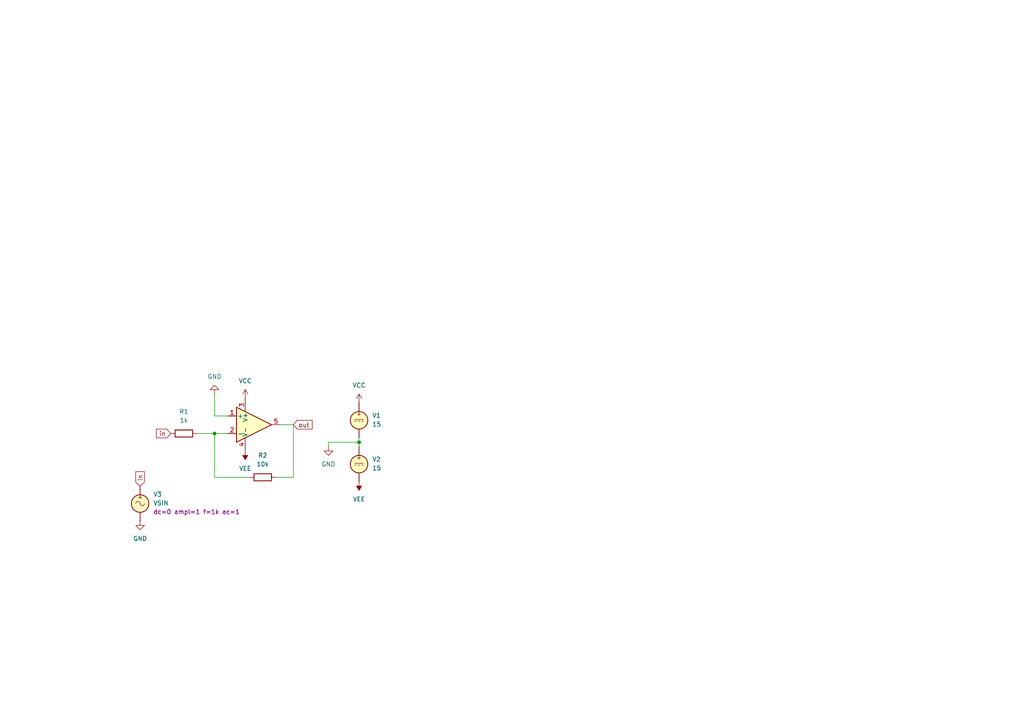
<source format=kicad_sch>
(kicad_sch (version 20231120) (generator "eeschema") (generator_version "8.0")
  (paper "A4")
  (lib_symbols
    (symbol "Device:R" (pin_numbers hide) (pin_names (offset 0))
      (property "Reference" "R" (at 2.032 0 90))
      (property "Value" "R" (at 0 0 90))
      (symbol "R_0_1"
        (rectangle (start -1.016 -2.54) (end 1.016 2.54) (stroke (width 0.254)))
      )
      (symbol "R_1_1"
        (pin passive line (at 0 3.81 270) (length 1.27) (name "~") (number "1"))
        (pin passive line (at 0 -3.81 90) (length 1.27) (name "~") (number "2"))
      )
    )
    (symbol "Simulation_SPICE:OPAMP" (pin_names (offset 0.254))
      (property "Reference" "U" (at 3.81 3.175 0))
      (property "Value" "${SIM.PARAMS}" (at 3.81 -3.175 0))
      (symbol "OPAMP_0_1"
        (polyline (pts (xy 5.08 0) (xy -5.08 5.08) (xy -5.08 -5.08) (xy 5.08 0)) (stroke (width 0.254)) (fill (type background)))
      )
      (symbol "OPAMP_1_1"
        (pin input line (at -7.62 2.54 0) (length 2.54) (name "+") (number "1"))
        (pin input line (at -7.62 -2.54 0) (length 2.54) (name "-") (number "2"))
        (pin power_in line (at -2.54 7.62 270) (length 3.81) (name "V+") (number "3"))
        (pin power_in line (at -2.54 -7.62 90) (length 3.81) (name "V-") (number "4"))
        (pin output line (at 7.62 0 180) (length 2.54) (name "~") (number "5"))
      )
    )
    (symbol "Simulation_SPICE:VDC" (pin_numbers hide) (pin_names (offset 0.0254))
      (property "Reference" "V" (at 2.54 2.54 0))
      (property "Value" "1" (at 2.54 0 0))
      (symbol "VDC_0_0"
        (polyline (pts (xy -1.27 0.254) (xy 1.27 0.254)))
        (polyline (pts (xy -0.762 -0.254) (xy -1.27 -0.254)))
        (polyline (pts (xy 0.254 -0.254) (xy -0.254 -0.254)))
        (polyline (pts (xy 1.27 -0.254) (xy 0.762 -0.254)))
        (text "+" (at 0 1.905 0) (effects (font (size 1.27 1.27))))
      )
      (symbol "VDC_0_1"
        (circle (center 0 0) (radius 2.54) (stroke (width 0.254)) (fill (type background)))
      )
      (symbol "VDC_1_1"
        (pin passive line (at 0 5.08 270) (length 2.54) (name "~") (number "1"))
        (pin passive line (at 0 -5.08 90) (length 2.54) (name "~") (number "2"))
      )
    )
    (symbol "Simulation_SPICE:VSIN" (pin_numbers hide) (pin_names (offset 0.0254))
      (property "Reference" "V" (at 2.54 2.54 0))
      (property "Value" "VSIN" (at 2.54 0 0))
      (property "Sim.Params" "dc=0 ampl=1 f=1k ac=1" (at 2.54 -2.54 0))
      (symbol "VSIN_0_0"
        (arc (start 0 0) (mid -0.635 0.6323) (end -1.27 0))
        (arc (start 0 0) (mid 0.635 -0.6323) (end 1.27 0))
        (text "+" (at 0 1.905 0) (effects (font (size 1.27 1.27))))
      )
      (symbol "VSIN_0_1"
        (circle (center 0 0) (radius 2.54) (stroke (width 0.254)) (fill (type background)))
      )
      (symbol "VSIN_1_1"
        (pin passive line (at 0 5.08 270) (length 2.54) (name "~") (number "1"))
        (pin passive line (at 0 -5.08 90) (length 2.54) (name "~") (number "2"))
      )
    )
    (symbol "power:GND" (power) (pin_numbers hide) (pin_names (offset 0) hide)
      (property "Value" "GND" (at 0 -3.81 0))
      (symbol "GND_0_1"
        (polyline (pts (xy 0 0) (xy 0 -1.27) (xy 1.27 -1.27) (xy 0 -2.54) (xy -1.27 -1.27) (xy 0 -1.27)))
      )
      (symbol "GND_1_1"
        (pin power_in line (at 0 0 270) (length 0) (name "~") (number "1"))
      )
    )
    (symbol "power:VCC" (power) (pin_numbers hide) (pin_names (offset 0) hide)
      (property "Value" "VCC" (at 0 3.556 0))
      (symbol "VCC_0_1"
        (polyline (pts (xy -0.762 1.27) (xy 0 2.54)))
        (polyline (pts (xy 0 0) (xy 0 2.54)))
        (polyline (pts (xy 0 2.54) (xy 0.762 1.27)))
      )
      (symbol "VCC_1_1"
        (pin power_in line (at 0 0 90) (length 0) (name "~") (number "1"))
      )
    )
    (symbol "power:VEE" (power) (pin_numbers hide) (pin_names (offset 0) hide)
      (property "Value" "VEE" (at 0 3.556 0))
      (symbol "VEE_0_1"
        (polyline (pts (xy 0 0) (xy 0 2.54)))
        (polyline (pts (xy 0.762 1.27) (xy -0.762 1.27) (xy 0 2.54) (xy 0.762 1.27)) (fill (type outline)))
      )
      (symbol "VEE_1_1"
        (pin power_in line (at 0 0 90) (length 0) (name "~") (number "1"))
      )
    )
  )
  (junction (at 104.14 128.27))
  (junction (at 62.23 125.73))
  (wire (pts (xy 95.25 128.27) (xy 95.25 129.54)))
  (wire (pts (xy 62.23 120.65) (xy 62.23 114.3)))
  (wire (pts (xy 85.09 138.43) (xy 80.01 138.43)))
  (wire (pts (xy 104.14 128.27) (xy 104.14 129.54)))
  (wire (pts (xy 72.39 138.43) (xy 62.23 138.43)))
  (wire (pts (xy 62.23 138.43) (xy 62.23 125.73)))
  (wire (pts (xy 104.14 127) (xy 104.14 128.27)))
  (wire (pts (xy 57.15 125.73) (xy 62.23 125.73)))
  (wire (pts (xy 81.28 123.19) (xy 85.09 123.19)))
  (wire (pts (xy 66.04 120.65) (xy 62.23 120.65)))
  (wire (pts (xy 85.09 123.19) (xy 85.09 138.43)))
  (wire (pts (xy 62.23 125.73) (xy 66.04 125.73)))
  (wire (pts (xy 95.25 128.27) (xy 104.14 128.27)))
  (global_label "in" (shape input) (at 49.53 125.73 180) (property "Intersheetrefs" "${INTERSHEET_REFS}" (effects (hide yes))))
  (global_label "out" (shape input) (at 85.09 123.19 0) (property "Intersheetrefs" "${INTERSHEET_REFS}" (effects (hide yes))))
  (global_label "in" (shape input) (at 40.64 140.97 90) (property "Intersheetrefs" "${INTERSHEET_REFS}" (effects (hide yes))))
  (symbol (lib_id "Simulation_SPICE:VDC") (at 104.14 121.92 0) (unit 1)
    (property "Reference" "V1" (at 107.95 120.5201 0) (effects (justify left)))
    (property "Value" "15" (at 107.95 123.0601 0) (effects (justify left)))
    (property "Datasheet" "https://ngspice.sourceforge.io/docs/ngspice-html-manual/manual.xhtml#sec_Independent_Sources_for" (effects (hide yes)))
    (property "Description" "Voltage source, DC" (effects (hide yes)))
    (property "Sim.Pins" "1=+ 2=-" (effects (hide yes)))
    (property "Sim.Type" "DC" (effects (hide yes)))
    (property "Sim.Device" "V" (effects (hide yes)))
  )
  (symbol (lib_id "Device:R") (at 53.34 125.73 90) (unit 1)
    (property "Reference" "R1" (at 53.34 119.38 90))
    (property "Value" "1k" (at 53.34 121.92 90))
    (property "Description" "Resistor" (effects (hide yes)))
  )
  (symbol (lib_id "power:VEE") (at 104.14 139.7 180) (unit 1)
    (property "Reference" "#PWR05" (effects (hide yes)))
    (property "Value" "VEE" (at 104.14 144.78 0))
    (property "Description" "Power symbol creates a global label with name \"VEE\"" (effects (hide yes)))
  )
  (symbol (lib_id "power:GND") (at 62.23 114.3 180) (unit 1)
    (property "Reference" "#PWR03" (effects (hide yes)))
    (property "Value" "GND" (at 62.23 109.22 0))
    (property "Description" "Power symbol creates a global label with name \"GND\" , ground" (effects (hide yes)))
  )
  (symbol (lib_id "Simulation_SPICE:OPAMP") (at 73.66 123.19 0) (unit 1)
    (property "Reference" "U1" (effects (hide yes)))
    (property "Value" "${SIM.PARAMS}" (at 81.28 120.0465 0))
    (property "Datasheet" "https://ngspice.sourceforge.io/docs/ngspice-html-manual/manual.xhtml#sec__SUBCKT_Subcircuits" (effects (hide yes)))
    (property "Description" "Operational amplifier, single, node sequence=1:+ 2:- 3:OUT 4:V+ 5:V-" (effects (hide yes)))
    (property "Sim.Pins" "1=in+ 2=in- 3=vcc 4=vee 5=out" (effects (hide yes)))
    (property "Sim.Device" "SUBCKT" (effects (hide yes)))
    (property "Sim.Library" "${KICAD7_SYMBOL_DIR}/Simulation_SPICE.sp" (effects (hide yes)))
    (property "Sim.Name" "kicad_builtin_opamp" (effects (hide yes)))
  )
  (symbol (lib_id "power:GND") (at 95.25 129.54 0) (unit 1)
    (property "Reference" "#PWR06" (effects (hide yes)))
    (property "Value" "GND" (at 95.25 134.62 0))
    (property "Description" "Power symbol creates a global label with name \"GND\" , ground" (effects (hide yes)))
  )
  (symbol (lib_id "power:VCC") (at 104.14 116.84 0) (unit 1)
    (property "Reference" "#PWR04" (effects (hide yes)))
    (property "Value" "VCC" (at 104.14 111.76 0))
    (property "Description" "Power symbol creates a global label with name \"VCC\"" (effects (hide yes)))
  )
  (symbol (lib_id "Simulation_SPICE:VDC") (at 104.14 134.62 0) (unit 1)
    (property "Reference" "V2" (at 107.95 133.2201 0) (effects (justify left)))
    (property "Value" "15" (at 107.95 135.7601 0) (effects (justify left)))
    (property "Datasheet" "https://ngspice.sourceforge.io/docs/ngspice-html-manual/manual.xhtml#sec_Independent_Sources_for" (effects (hide yes)))
    (property "Description" "Voltage source, DC" (effects (hide yes)))
    (property "Sim.Pins" "1=+ 2=-" (effects (hide yes)))
    (property "Sim.Type" "DC" (effects (hide yes)))
    (property "Sim.Device" "V" (effects (hide yes)))
  )
  (symbol (lib_id "Simulation_SPICE:VSIN") (at 40.64 146.05 0) (unit 1)
    (property "Reference" "V3" (at 44.45 143.3801 0) (effects (justify left)))
    (property "Value" "VSIN" (at 44.45 145.9201 0) (effects (justify left)))
    (property "Datasheet" "https://ngspice.sourceforge.io/docs/ngspice-html-manual/manual.xhtml#sec_Independent_Sources_for" (effects (hide yes)))
    (property "Description" "Voltage source, sinusoidal" (effects (hide yes)))
    (property "Sim.Pins" "1=+ 2=-" (effects (hide yes)))
    (property "Sim.Params" "dc=0 ampl=1 f=1k ac=1" (at 44.45 148.4601 0) (effects (justify left)))
    (property "Sim.Type" "SIN" (effects (hide yes)))
    (property "Sim.Device" "V" (effects (hide yes)))
  )
  (symbol (lib_id "power:VCC") (at 71.12 115.57 0) (unit 1)
    (property "Reference" "#PWR01" (effects (hide yes)))
    (property "Value" "VCC" (at 71.12 110.49 0))
    (property "Description" "Power symbol creates a global label with name \"VCC\"" (effects (hide yes)))
  )
  (symbol (lib_id "power:GND") (at 40.64 151.13 0) (unit 1)
    (property "Reference" "#PWR07" (effects (hide yes)))
    (property "Value" "GND" (at 40.64 156.21 0))
    (property "Description" "Power symbol creates a global label with name \"GND\" , ground" (effects (hide yes)))
  )
  (symbol (lib_id "Device:R") (at 76.2 138.43 90) (unit 1)
    (property "Reference" "R2" (at 76.2 132.08 90))
    (property "Value" "10k" (at 76.2 134.62 90))
    (property "Description" "Resistor" (effects (hide yes)))
  )
  (symbol (lib_id "power:VEE") (at 71.12 130.81 180) (unit 1)
    (property "Reference" "#PWR02" (effects (hide yes)))
    (property "Value" "VEE" (at 71.12 135.89 0))
    (property "Description" "Power symbol creates a global label with name \"VEE\"" (effects (hide yes)))
  )
)
</source>
